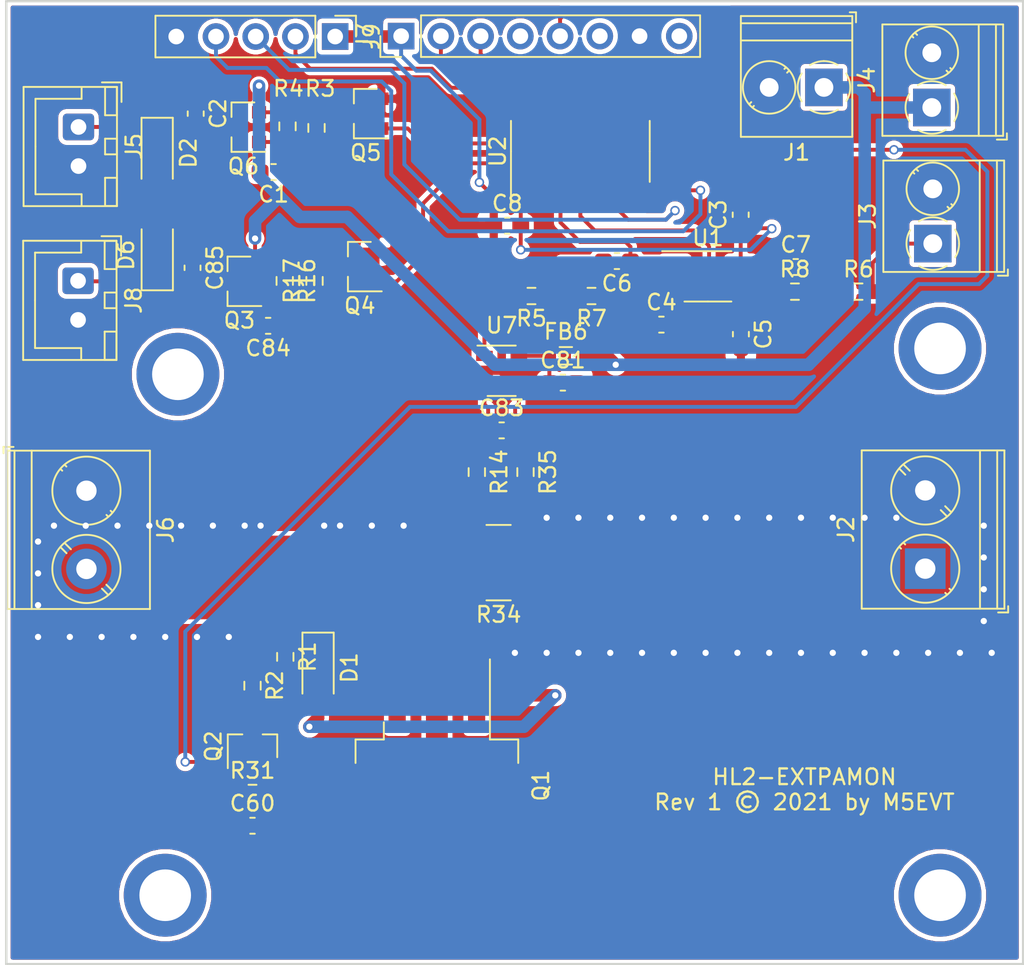
<source format=kicad_pcb>
(kicad_pcb (version 20171130) (host pcbnew 5.1.10-88a1d61d58~90~ubuntu20.04.1)
  (title_block (title HL2-6xvtr) (date 2021-03-08) (rev 1) (company N2ADR))
  (layers (0 F.Cu signal) (31 B.Cu signal) (34 B.Paste user hide) (35 F.Paste user hide) (36 B.SilkS user hide) (37 F.SilkS user) (38 B.Mask user hide) (39 F.Mask user hide) (44 Edge.Cuts user))
  (net 0 "")
  (net 1 GND)
  (net 2 "Net-(Q5-Pad3)")
  (net 3 "Net-(C1-Pad2)")
  (net 4 "Net-(C2-Pad2)")
  (net 5 ENPWR)
  (net 6 "Net-(C81-Pad1)")
  (net 7 "Net-(C83-Pad2)")
  (net 8 "Net-(C83-Pad1)")
  (net 9 "Net-(C84-Pad2)")
  (net 10 "Net-(C85-Pad2)")
  (net 11 "Net-(D1-Pad2)")
  (net 12 +12V)
  (net 13 Vtemp)
  (net 14 "Net-(Q2-Pad3)")
  (net 15 "Net-(Q4-Pad3)")
  (net 16 FAN1)
  (net 17 FAN2)
  (net 18 Vipa)
  (net 19 +3V3)
  (net 20 "Net-(C4-Pad1)")
  (net 21 "Net-(C5-Pad1)")
  (net 22 "Net-(C6-Pad2)")
  (net 23 Vipa_fil)
  (net 24 "Net-(C7-Pad2)")
  (net 25 Vtemp_fil)
  (net 26 "Net-(J7-Pad8)")
  (net 27 "Net-(J7-Pad6)")
  (net 28 CN8)
  (net 29 "Net-(J7-Pad4)")
  (net 30 SDA2)
  (net 31 SCL2)
  (net 32 RXD)
  (net 33 TXD)
  (net 34 UPD1)
  (net 35 "Net-(U2-Pad5)")
  (net 36 /50vin)
  (net 37 /50v_postR)
  (net 38 /50v_preR)
  (net 39 "Net-(P1-Pad1)")
  (net 40 "Net-(P2-Pad1)")
  (net 41 "Net-(P3-Pad1)")
  (net 42 "Net-(P4-Pad1)")
  (module n2adr:rsense_1206wide (layer F.Cu) (at 125.4706 92.3387 180)
    (fp_text reference R34 (at 0 -3.32 180) (layer F.SilkS))
    (fp_text value 0.033)
    (pad 2 smd roundrect (at 0.875 0 180) (size 1.15 3.2) (layers F.Cu F.Paste F.Mask) (roundrect_rratio 0.2039991304347826) (net 38 /50v_preR))
    (pad 1 smd roundrect (at -0.875 0 180) (size 1.15 3.2) (layers F.Cu F.Paste F.Mask) (roundrect_rratio 0.2039991304347826) (net 37 /50v_postR))
  )
  (module hermeslite:m3 (layer F.Cu) (at 153.69 113.5985)
    (fp_text reference P4 hide)
    (fp_text value TST hide)
    (pad 1 thru_hole circle (at 0 0) (size 5.3 5.3) (drill 3.3) (layers *.Cu *.Mask) (net 42 "Net-(P4-Pad1)"))
  )
  (module hermeslite:m3 (layer F.Cu) (at 104.16 113.5985)
    (fp_text reference P3 hide)
    (fp_text value TST hide)
    (pad 1 thru_hole circle (at 0 0) (size 5.3 5.3) (drill 3.3) (layers *.Cu *.Mask) (net 41 "Net-(P3-Pad1)"))
  )
  (module hermeslite:m3 (layer F.Cu) (at 104.9728 80.2991)
    (fp_text reference P2 hide)
    (fp_text value TST hide)
    (pad 1 thru_hole circle (at 0 0) (size 5.3 5.3) (drill 3.3) (layers *.Cu *.Mask) (net 40 "Net-(P2-Pad1)"))
  )
  (module hermeslite:m3 (layer F.Cu) (at 153.69 78.6481)
    (fp_text reference P1 hide)
    (fp_text value TST hide)
    (pad 1 thru_hole circle (at 0 0) (size 5.3 5.3) (drill 3.3) (layers *.Cu *.Mask) (net 39 "Net-(P1-Pad1)"))
  )
  (module Connector_PinHeader_2.54mm:PinHeader_1x05_P2.54mm_Vertical (layer F.Cu) (at 115.0253 58.7091 270)
    (fp_text reference J9 (at 0 -2.33 90) (layer F.SilkS))
    (fp_text value Conn_01x04)
    (pad 5 thru_hole oval (at 0 10.16 270) (size 1.7 1.7) (drill 1) (layers *.Cu *.Mask) (net 1 GND))
    (pad 4 thru_hole oval (at 0 7.62 270) (size 1.7 1.7) (drill 1) (layers *.Cu *.Mask) (net 32 RXD))
    (pad 3 thru_hole oval (at 0 5.08 270) (size 1.7 1.7) (drill 1) (layers *.Cu *.Mask) (net 33 TXD))
    (pad 2 thru_hole oval (at 0 2.54 270) (size 1.7 1.7) (drill 1) (layers *.Cu *.Mask) (net 34 UPD1))
    (pad 1 thru_hole rect (at 0 0 270) (size 1.7 1.7) (drill 1) (layers *.Cu *.Mask) (net 19 +3V3))
  )
  (module Package_SO:SOIC-14_3.9x8.7mm_P1.27mm (layer F.Cu) (at 130.6971 66.0497 90)
    (fp_text reference U2 (at 0 -5.28 90) (layer F.SilkS))
    (fp_text value ATtiny414-SS)
    (pad 14 smd roundrect (at 2.475 -3.81 90) (size 1.95 0.6) (layers F.Cu F.Paste F.Mask) (net 1 GND))
    (pad 13 smd roundrect (at 2.475 -2.54 90) (size 1.95 0.6) (layers F.Cu F.Paste F.Mask) (net 16 FAN1))
    (pad 12 smd roundrect (at 2.475 -1.27 90) (size 1.95 0.6) (layers F.Cu F.Paste F.Mask) (net 5 ENPWR))
    (pad 11 smd roundrect (at 2.475 0 90) (size 1.95 0.6) (layers F.Cu F.Paste F.Mask) (net 28 CN8))
    (pad 10 smd roundrect (at 2.475 1.27 90) (size 1.95 0.6) (layers F.Cu F.Paste F.Mask) (net 34 UPD1))
    (pad 9 smd roundrect (at 2.475 2.54 90) (size 1.95 0.6) (layers F.Cu F.Paste F.Mask) (net 31 SCL2))
    (pad 8 smd roundrect (at 2.475 3.81 90) (size 1.95 0.6) (layers F.Cu F.Paste F.Mask) (net 30 SDA2))
    (pad 7 smd roundrect (at -2.475 3.81 90) (size 1.95 0.6) (layers F.Cu F.Paste F.Mask) (net 32 RXD))
    (pad 6 smd roundrect (at -2.475 2.54 90) (size 1.95 0.6) (layers F.Cu F.Paste F.Mask) (net 33 TXD))
    (pad 5 smd roundrect (at -2.475 1.27 90) (size 1.95 0.6) (layers F.Cu F.Paste F.Mask) (net 35 "Net-(U2-Pad5)"))
    (pad 4 smd roundrect (at -2.475 0 90) (size 1.95 0.6) (layers F.Cu F.Paste F.Mask) (net 25 Vtemp_fil))
    (pad 3 smd roundrect (at -2.475 -1.27 90) (size 1.95 0.6) (layers F.Cu F.Paste F.Mask) (net 23 Vipa_fil))
    (pad 2 smd roundrect (at -2.475 -2.54 90) (size 1.95 0.6) (layers F.Cu F.Paste F.Mask) (net 17 FAN2))
    (pad 1 smd roundrect (at -2.475 -3.81 90) (size 1.95 0.6) (layers F.Cu F.Paste F.Mask) (net 19 +3V3))
  )
  (module Package_SO:MSOP-8_3x3mm_P0.65mm (layer F.Cu) (at 138.8505 74.038)
    (fp_text reference U1 (at 0 -2.45) (layer F.SilkS))
    (fp_text value MCP6282E/MS)
    (pad 8 smd roundrect (at 2.1125 -0.975) (size 1.625 0.4) (layers F.Cu F.Paste F.Mask) (net 19 +3V3))
    (pad 7 smd roundrect (at 2.1125 -0.325) (size 1.625 0.4) (layers F.Cu F.Paste F.Mask) (net 25 Vtemp_fil))
    (pad 6 smd roundrect (at 2.1125 0.325) (size 1.625 0.4) (layers F.Cu F.Paste F.Mask) (net 25 Vtemp_fil))
    (pad 5 smd roundrect (at 2.1125 0.975) (size 1.625 0.4) (layers F.Cu F.Paste F.Mask) (net 21 "Net-(C5-Pad1)"))
    (pad 4 smd roundrect (at -2.1125 0.975) (size 1.625 0.4) (layers F.Cu F.Paste F.Mask) (net 1 GND))
    (pad 3 smd roundrect (at -2.1125 0.325) (size 1.625 0.4) (layers F.Cu F.Paste F.Mask) (net 20 "Net-(C4-Pad1)"))
    (pad 2 smd roundrect (at -2.1125 -0.325) (size 1.625 0.4) (layers F.Cu F.Paste F.Mask) (net 23 Vipa_fil))
    (pad 1 smd roundrect (at -2.1125 -0.975) (size 1.625 0.4) (layers F.Cu F.Paste F.Mask) (net 23 Vipa_fil))
  )
  (module Resistor_SMD:R_0603_1608Metric_Pad0.98x0.95mm_HandSolder (layer F.Cu) (at 127.1905 86.5505 270)
    (fp_text reference R35 (at 0 -1.43 90) (layer F.SilkS))
    (fp_text value 100)
    (pad 2 smd roundrect (at 0.9125 0 270) (size 0.975 0.95) (layers F.Cu F.Paste F.Mask) (net 37 /50v_postR))
    (pad 1 smd roundrect (at -0.9125 0 270) (size 0.975 0.95) (layers F.Cu F.Paste F.Mask) (net 7 "Net-(C83-Pad2)"))
  )
  (module Resistor_SMD:R_0603_1608Metric_Pad0.98x0.95mm_HandSolder (layer F.Cu) (at 109.7407 107.061)
    (fp_text reference R31 (at 0 -1.43) (layer F.SilkS))
    (fp_text value 100k)
    (pad 2 smd roundrect (at 0.9125 0) (size 0.975 0.95) (layers F.Cu F.Paste F.Mask) (net 1 GND))
    (pad 1 smd roundrect (at -0.9125 0) (size 0.975 0.95) (layers F.Cu F.Paste F.Mask) (net 5 ENPWR))
  )
  (module Resistor_SMD:R_0603_1608Metric_Pad0.98x0.95mm_HandSolder (layer F.Cu) (at 113.7045 74.3301 90)
    (fp_text reference R17 (at 0 -1.43 90) (layer F.SilkS))
    (fp_text value 1k)
    (pad 2 smd roundrect (at 0.9125 0 90) (size 0.975 0.95) (layers F.Cu F.Paste F.Mask) (net 15 "Net-(Q4-Pad3)"))
    (pad 1 smd roundrect (at -0.9125 0 90) (size 0.975 0.95) (layers F.Cu F.Paste F.Mask) (net 9 "Net-(C84-Pad2)"))
  )
  (module Resistor_SMD:R_0603_1608Metric_Pad0.98x0.95mm_HandSolder (layer F.Cu) (at 111.7995 74.3301 270)
    (fp_text reference R16 (at 0 -1.43 90) (layer F.SilkS))
    (fp_text value 10k)
    (pad 2 smd roundrect (at 0.9125 0 270) (size 0.975 0.95) (layers F.Cu F.Paste F.Mask) (net 9 "Net-(C84-Pad2)"))
    (pad 1 smd roundrect (at -0.9125 0 270) (size 0.975 0.95) (layers F.Cu F.Paste F.Mask) (net 12 +12V))
  )
  (module Resistor_SMD:R_0603_1608Metric_Pad0.98x0.95mm_HandSolder (layer F.Cu) (at 124.079 86.5505 270)
    (fp_text reference R14 (at 0 -1.43 90) (layer F.SilkS))
    (fp_text value 100)
    (pad 2 smd roundrect (at 0.9125 0 270) (size 0.975 0.95) (layers F.Cu F.Paste F.Mask) (net 38 /50v_preR))
    (pad 1 smd roundrect (at -0.9125 0 270) (size 0.975 0.95) (layers F.Cu F.Paste F.Mask) (net 8 "Net-(C83-Pad1)"))
  )
  (module Resistor_SMD:R_0603_1608Metric_Pad0.98x0.95mm_HandSolder (layer F.Cu) (at 144.4131 75.0159)
    (fp_text reference R8 (at 0 -1.43) (layer F.SilkS))
    (fp_text value 10k)
    (pad 2 smd roundrect (at 0.9125 0) (size 0.975 0.95) (layers F.Cu F.Paste F.Mask) (net 24 "Net-(C7-Pad2)"))
    (pad 1 smd roundrect (at -0.9125 0) (size 0.975 0.95) (layers F.Cu F.Paste F.Mask) (net 21 "Net-(C5-Pad1)"))
  )
  (module Resistor_SMD:R_0603_1608Metric_Pad0.98x0.95mm_HandSolder (layer F.Cu) (at 131.4102 75.2953 180)
    (fp_text reference R7 (at 0 -1.43) (layer F.SilkS))
    (fp_text value 10k)
    (pad 2 smd roundrect (at 0.9125 0 180) (size 0.975 0.95) (layers F.Cu F.Paste F.Mask) (net 22 "Net-(C6-Pad2)"))
    (pad 1 smd roundrect (at -0.9125 0 180) (size 0.975 0.95) (layers F.Cu F.Paste F.Mask) (net 20 "Net-(C4-Pad1)"))
  )
  (module Resistor_SMD:R_0603_1608Metric_Pad0.98x0.95mm_HandSolder (layer F.Cu) (at 148.4771 75.0159)
    (fp_text reference R6 (at 0 -1.43) (layer F.SilkS))
    (fp_text value 10k)
    (pad 2 smd roundrect (at 0.9125 0) (size 0.975 0.95) (layers F.Cu F.Paste F.Mask) (net 13 Vtemp))
    (pad 1 smd roundrect (at -0.9125 0) (size 0.975 0.95) (layers F.Cu F.Paste F.Mask) (net 24 "Net-(C7-Pad2)"))
  )
  (module Resistor_SMD:R_0603_1608Metric_Pad0.98x0.95mm_HandSolder (layer F.Cu) (at 127.5729 75.2953 180)
    (fp_text reference R5 (at 0 -1.43) (layer F.SilkS))
    (fp_text value 10k)
    (pad 2 smd roundrect (at 0.9125 0 180) (size 0.975 0.95) (layers F.Cu F.Paste F.Mask) (net 18 Vipa))
    (pad 1 smd roundrect (at -0.9125 0 180) (size 0.975 0.95) (layers F.Cu F.Paste F.Mask) (net 22 "Net-(C6-Pad2)"))
  )
  (module Resistor_SMD:R_0603_1608Metric_Pad0.98x0.95mm_HandSolder (layer F.Cu) (at 111.9773 64.4495 270)
    (fp_text reference R4 (at -2.413 -0.0567 180) (layer F.SilkS))
    (fp_text value 10k)
    (pad 2 smd roundrect (at 0.9125 0 270) (size 0.975 0.95) (layers F.Cu F.Paste F.Mask) (net 3 "Net-(C1-Pad2)"))
    (pad 1 smd roundrect (at -0.9125 0 270) (size 0.975 0.95) (layers F.Cu F.Paste F.Mask) (net 12 +12V))
  )
  (module Resistor_SMD:R_0603_1608Metric_Pad0.98x0.95mm_HandSolder (layer F.Cu) (at 113.8315 64.5511 90)
    (fp_text reference R3 (at 2.5146 0.2345 180) (layer F.SilkS))
    (fp_text value 1k)
    (pad 2 smd roundrect (at 0.9125 0 90) (size 0.975 0.95) (layers F.Cu F.Paste F.Mask) (net 2 "Net-(Q5-Pad3)"))
    (pad 1 smd roundrect (at -0.9125 0 90) (size 0.975 0.95) (layers F.Cu F.Paste F.Mask) (net 3 "Net-(C1-Pad2)"))
  )
  (module Resistor_SMD:R_0603_1608Metric_Pad0.98x0.95mm_HandSolder (layer F.Cu) (at 109.7407 100.203 270)
    (fp_text reference R2 (at 0 -1.43 90) (layer F.SilkS))
    (fp_text value 10k)
    (pad 2 smd roundrect (at 0.9125 0 270) (size 0.975 0.95) (layers F.Cu F.Paste F.Mask) (net 14 "Net-(Q2-Pad3)"))
    (pad 1 smd roundrect (at -0.9125 0 270) (size 0.975 0.95) (layers F.Cu F.Paste F.Mask) (net 11 "Net-(D1-Pad2)"))
  )
  (module Resistor_SMD:R_0603_1608Metric_Pad0.98x0.95mm_HandSolder (layer F.Cu) (at 111.8362 98.3615 270)
    (fp_text reference R1 (at 0 -1.43 90) (layer F.SilkS))
    (fp_text value 10k)
    (pad 2 smd roundrect (at 0.9125 0 270) (size 0.975 0.95) (layers F.Cu F.Paste F.Mask) (net 11 "Net-(D1-Pad2)"))
    (pad 1 smd roundrect (at -0.9125 0 270) (size 0.975 0.95) (layers F.Cu F.Paste F.Mask) (net 36 /50vin))
  )
  (module Connector_PinHeader_2.54mm:PinHeader_1x08_P2.54mm_Vertical (layer F.Cu) (at 119.2417 58.6837 90)
    (fp_text reference J7 (at 0 -2.33 90) (layer F.SilkS))
    (fp_text value Conn_01x08)
    (pad 8 thru_hole oval (at 0 17.78 90) (size 1.7 1.7) (drill 1) (layers *.Cu *.Mask) (net 26 "Net-(J7-Pad8)"))
    (pad 7 thru_hole oval (at 0 15.24 90) (size 1.7 1.7) (drill 1) (layers *.Cu *.Mask) (net 1 GND))
    (pad 6 thru_hole oval (at 0 12.7 90) (size 1.7 1.7) (drill 1) (layers *.Cu *.Mask) (net 27 "Net-(J7-Pad6)"))
    (pad 5 thru_hole oval (at 0 10.16 90) (size 1.7 1.7) (drill 1) (layers *.Cu *.Mask) (net 28 CN8))
    (pad 4 thru_hole oval (at 0 7.62 90) (size 1.7 1.7) (drill 1) (layers *.Cu *.Mask) (net 29 "Net-(J7-Pad4)"))
    (pad 3 thru_hole oval (at 0 5.08 90) (size 1.7 1.7) (drill 1) (layers *.Cu *.Mask) (net 30 SDA2))
    (pad 2 thru_hole oval (at 0 2.54 90) (size 1.7 1.7) (drill 1) (layers *.Cu *.Mask) (net 31 SCL2))
    (pad 1 thru_hole rect (at 0 0 90) (size 1.7 1.7) (drill 1) (layers *.Cu *.Mask) (net 19 +3V3))
  )
  (module Capacitor_SMD:C_0603_1608Metric_Pad1.08x0.95mm_HandSolder (layer F.Cu) (at 105.9067 73.4919 270)
    (fp_text reference C85 (at 0 -1.43 90) (layer F.SilkS))
    (fp_text value 100n)
    (pad 2 smd roundrect (at 0.8625 0 270) (size 1.075 0.95) (layers F.Cu F.Paste F.Mask) (net 10 "Net-(C85-Pad2)"))
    (pad 1 smd roundrect (at -0.8625 0 270) (size 1.075 0.95) (layers F.Cu F.Paste F.Mask) (net 1 GND))
  )
  (module Capacitor_SMD:C_0603_1608Metric_Pad1.08x0.95mm_HandSolder (layer F.Cu) (at 110.7397 77.2003 180)
    (fp_text reference C84 (at 0 -1.43) (layer F.SilkS))
    (fp_text value 100n)
    (pad 2 smd roundrect (at 0.8625 0 180) (size 1.075 0.95) (layers F.Cu F.Paste F.Mask) (net 9 "Net-(C84-Pad2)"))
    (pad 1 smd roundrect (at -0.8625 0 180) (size 1.075 0.95) (layers F.Cu F.Paste F.Mask) (net 1 GND))
  )
  (module Capacitor_SMD:C_0603_1608Metric_Pad1.08x0.95mm_HandSolder (layer F.Cu) (at 125.6665 83.8835)
    (fp_text reference C83 (at 0 -1.43) (layer F.SilkS))
    (fp_text value 1u)
    (pad 2 smd roundrect (at 0.8625 0) (size 1.075 0.95) (layers F.Cu F.Paste F.Mask) (net 7 "Net-(C83-Pad2)"))
    (pad 1 smd roundrect (at -0.8625 0) (size 1.075 0.95) (layers F.Cu F.Paste F.Mask) (net 8 "Net-(C83-Pad1)"))
  )
  (module Capacitor_SMD:C_0603_1608Metric_Pad1.08x0.95mm_HandSolder (layer F.Cu) (at 129.5795 80.8325)
    (fp_text reference C81 (at 0 -1.43) (layer F.SilkS))
    (fp_text value 100n)
    (pad 2 smd roundrect (at 0.8625 0) (size 1.075 0.95) (layers F.Cu F.Paste F.Mask) (net 1 GND))
    (pad 1 smd roundrect (at -0.8625 0) (size 1.075 0.95) (layers F.Cu F.Paste F.Mask) (net 6 "Net-(C81-Pad1)"))
  )
  (module Capacitor_SMD:C_0603_1608Metric_Pad1.08x0.95mm_HandSolder (layer F.Cu) (at 109.7407 109.1565)
    (fp_text reference C60 (at 0 -1.43) (layer F.SilkS))
    (fp_text value 100n)
    (pad 2 smd roundrect (at 0.8625 0) (size 1.075 0.95) (layers F.Cu F.Paste F.Mask) (net 1 GND))
    (pad 1 smd roundrect (at -0.8625 0) (size 1.075 0.95) (layers F.Cu F.Paste F.Mask) (net 5 ENPWR))
  )
  (module Capacitor_SMD:C_0603_1608Metric_Pad1.08x0.95mm_HandSolder (layer F.Cu) (at 126.0235 70.7995)
    (fp_text reference C8 (at 0 -1.43) (layer F.SilkS))
    (fp_text value 100n)
    (pad 2 smd roundrect (at 0.8625 0) (size 1.075 0.95) (layers F.Cu F.Paste F.Mask) (net 19 +3V3))
    (pad 1 smd roundrect (at -0.8625 0) (size 1.075 0.95) (layers F.Cu F.Paste F.Mask) (net 1 GND))
  )
  (module Capacitor_SMD:C_0603_1608Metric_Pad1.08x0.95mm_HandSolder (layer F.Cu) (at 144.4639 73.4411)
    (fp_text reference C7 (at 0 -1.43) (layer F.SilkS))
    (fp_text value 100n)
    (pad 2 smd roundrect (at 0.8625 0) (size 1.075 0.95) (layers F.Cu F.Paste F.Mask) (net 24 "Net-(C7-Pad2)"))
    (pad 1 smd roundrect (at -0.8625 0) (size 1.075 0.95) (layers F.Cu F.Paste F.Mask) (net 25 Vtemp_fil))
  )
  (module Capacitor_SMD:C_0603_1608Metric_Pad1.08x0.95mm_HandSolder (layer F.Cu) (at 133.0339 73.0601 180)
    (fp_text reference C6 (at 0 -1.43) (layer F.SilkS))
    (fp_text value 100n)
    (pad 2 smd roundrect (at 0.8625 0 180) (size 1.075 0.95) (layers F.Cu F.Paste F.Mask) (net 22 "Net-(C6-Pad2)"))
    (pad 1 smd roundrect (at -0.8625 0 180) (size 1.075 0.95) (layers F.Cu F.Paste F.Mask) (net 23 Vipa_fil))
  )
  (module Capacitor_SMD:C_0603_1608Metric_Pad1.08x0.95mm_HandSolder (layer F.Cu) (at 140.9587 77.7337 270)
    (fp_text reference C5 (at 0 -1.43 90) (layer F.SilkS))
    (fp_text value 100n)
    (pad 2 smd roundrect (at 0.8625 0 270) (size 1.075 0.95) (layers F.Cu F.Paste F.Mask) (net 1 GND))
    (pad 1 smd roundrect (at -0.8625 0 270) (size 1.075 0.95) (layers F.Cu F.Paste F.Mask) (net 21 "Net-(C5-Pad1)"))
  )
  (module Capacitor_SMD:C_0603_1608Metric_Pad1.08x0.95mm_HandSolder (layer F.Cu) (at 135.8787 77.1241)
    (fp_text reference C4 (at 0 -1.43) (layer F.SilkS))
    (fp_text value 100n)
    (pad 2 smd roundrect (at 0.8625 0) (size 1.075 0.95) (layers F.Cu F.Paste F.Mask) (net 1 GND))
    (pad 1 smd roundrect (at -0.8625 0) (size 1.075 0.95) (layers F.Cu F.Paste F.Mask) (net 20 "Net-(C4-Pad1)"))
  )
  (module Capacitor_SMD:C_0603_1608Metric_Pad1.08x0.95mm_HandSolder (layer F.Cu) (at 140.946 70.101 90)
    (fp_text reference C3 (at 0 -1.43 90) (layer F.SilkS))
    (fp_text value 100n)
    (pad 2 smd roundrect (at 0.8625 0 90) (size 1.075 0.95) (layers F.Cu F.Paste F.Mask) (net 1 GND))
    (pad 1 smd roundrect (at -0.8625 0 90) (size 1.075 0.95) (layers F.Cu F.Paste F.Mask) (net 19 +3V3))
  )
  (module Capacitor_SMD:C_0603_1608Metric_Pad1.08x0.95mm_HandSolder (layer F.Cu) (at 106.1099 63.6378 270)
    (fp_text reference C2 (at 0 -1.43 90) (layer F.SilkS))
    (fp_text value 100n)
    (pad 2 smd roundrect (at 0.8625 0 270) (size 1.075 0.95) (layers F.Cu F.Paste F.Mask) (net 4 "Net-(C2-Pad2)"))
    (pad 1 smd roundrect (at -0.8625 0 270) (size 1.075 0.95) (layers F.Cu F.Paste F.Mask) (net 1 GND))
  )
  (module Capacitor_SMD:C_0603_1608Metric_Pad1.08x0.95mm_HandSolder (layer F.Cu) (at 111.0883 67.3705 180)
    (fp_text reference C1 (at 0 -1.43) (layer F.SilkS))
    (fp_text value 100n)
    (pad 2 smd roundrect (at 0.8625 0 180) (size 1.075 0.95) (layers F.Cu F.Paste F.Mask) (net 3 "Net-(C1-Pad2)"))
    (pad 1 smd roundrect (at -0.8625 0 180) (size 1.075 0.95) (layers F.Cu F.Paste F.Mask) (net 1 GND))
  )
  (module Inductor_SMD:L_0805_2012Metric (layer F.Cu) (at 129.77 79.118)
    (fp_text reference FB6 (at 0 -1.55) (layer F.SilkS))
    (fp_text value FB)
    (pad 2 smd roundrect (at 1.0625 0) (size 0.875 1.2) (layers F.Cu F.Paste F.Mask) (net 12 +12V))
    (pad 1 smd roundrect (at -1.0625 0) (size 0.875 1.2) (layers F.Cu F.Paste F.Mask) (net 6 "Net-(C81-Pad1)"))
  )
  (module Package_TO_SOT_SMD:SOT-23-5 (layer F.Cu) (at 125.6665 80.0735)
    (fp_text reference U7 (at 0 -2.9) (layer F.SilkS))
    (fp_text value INA193)
    (pad 5 smd rect (at 1.1 -0.95) (size 1.06 0.65) (layers F.Cu F.Paste F.Mask) (net 6 "Net-(C81-Pad1)"))
    (pad 4 smd rect (at 1.1 0.95) (size 1.06 0.65) (layers F.Cu F.Paste F.Mask) (net 7 "Net-(C83-Pad2)"))
    (pad 3 smd rect (at -1.1 0.95) (size 1.06 0.65) (layers F.Cu F.Paste F.Mask) (net 8 "Net-(C83-Pad1)"))
    (pad 2 smd rect (at -1.1 0) (size 1.06 0.65) (layers F.Cu F.Paste F.Mask) (net 1 GND))
    (pad 1 smd rect (at -1.1 -0.95) (size 1.06 0.65) (layers F.Cu F.Paste F.Mask) (net 18 Vipa))
  )
  (module Package_TO_SOT_SMD:SOT-23 (layer F.Cu) (at 109.1579 64.5003 180)
    (fp_text reference Q6 (at 0 -2.5) (layer F.SilkS))
    (fp_text value IRLML6402)
    (pad 3 smd rect (at 1 0 180) (size 0.9 0.8) (layers F.Cu F.Paste F.Mask) (net 4 "Net-(C2-Pad2)"))
    (pad 2 smd rect (at -1 0.95 180) (size 0.9 0.8) (layers F.Cu F.Paste F.Mask) (net 12 +12V))
    (pad 1 smd rect (at -1 -0.95 180) (size 0.9 0.8) (layers F.Cu F.Paste F.Mask) (net 3 "Net-(C1-Pad2)"))
  )
  (module Package_TO_SOT_SMD:SOT-23 (layer F.Cu) (at 116.9811 63.6367 180)
    (fp_text reference Q5 (at 0 -2.5) (layer F.SilkS))
    (fp_text value DTC144E)
    (pad 3 smd rect (at 1 0 180) (size 0.9 0.8) (layers F.Cu F.Paste F.Mask) (net 2 "Net-(Q5-Pad3)"))
    (pad 2 smd rect (at -1 0.95 180) (size 0.9 0.8) (layers F.Cu F.Paste F.Mask) (net 1 GND))
    (pad 1 smd rect (at -1 -0.95 180) (size 0.9 0.8) (layers F.Cu F.Paste F.Mask) (net 16 FAN1))
  )
  (module Package_TO_SOT_SMD:SOT-23 (layer F.Cu) (at 116.6001 73.4157 180)
    (fp_text reference Q4 (at 0 -2.5) (layer F.SilkS))
    (fp_text value DTC144E)
    (pad 3 smd rect (at 1 0 180) (size 0.9 0.8) (layers F.Cu F.Paste F.Mask) (net 15 "Net-(Q4-Pad3)"))
    (pad 2 smd rect (at -1 0.95 180) (size 0.9 0.8) (layers F.Cu F.Paste F.Mask) (net 1 GND))
    (pad 1 smd rect (at -1 -0.95 180) (size 0.9 0.8) (layers F.Cu F.Paste F.Mask) (net 17 FAN2))
  )
  (module Package_TO_SOT_SMD:SOT-23 (layer F.Cu) (at 108.9039 74.3555 180)
    (fp_text reference Q3 (at 0 -2.5) (layer F.SilkS))
    (fp_text value IRLML6402)
    (pad 3 smd rect (at 1 0 180) (size 0.9 0.8) (layers F.Cu F.Paste F.Mask) (net 10 "Net-(C85-Pad2)"))
    (pad 2 smd rect (at -1 0.95 180) (size 0.9 0.8) (layers F.Cu F.Paste F.Mask) (net 12 +12V))
    (pad 1 smd rect (at -1 -0.95 180) (size 0.9 0.8) (layers F.Cu F.Paste F.Mask) (net 9 "Net-(C84-Pad2)"))
  )
  (module Package_TO_SOT_SMD:SOT-23 (layer F.Cu) (at 109.7407 104.0765 90)
    (fp_text reference Q2 (at 0 -2.5 90) (layer F.SilkS))
    (fp_text value 2N7002)
    (pad 3 smd rect (at 1 0 90) (size 0.9 0.8) (layers F.Cu F.Paste F.Mask) (net 14 "Net-(Q2-Pad3)"))
    (pad 2 smd rect (at -1 0.95 90) (size 0.9 0.8) (layers F.Cu F.Paste F.Mask) (net 1 GND))
    (pad 1 smd rect (at -1 -0.95 90) (size 0.9 0.8) (layers F.Cu F.Paste F.Mask) (net 5 ENPWR))
  )
  (module Package_TO_SOT_SMD:TO-263-3_TabPin2 (layer F.Cu) (at 121.5263 106.5943 270)
    (fp_text reference Q1 (at 0 -6.65 90) (layer F.SilkS))
    (fp_text value RSJ151P10TL)
    (pad 2 smd rect (at 3.375 0 270) (size 9.4 10.8) (layers F.Cu F.Mask) (net 38 /50v_preR))
    (pad 3 smd rect (at -5.775 2.54 270) (size 4.6 1.1) (layers F.Cu F.Paste F.Mask) (net 36 /50vin))
    (pad 2 smd rect (at -5.775 0 270) (size 4.6 1.1) (layers F.Cu F.Paste F.Mask) (net 38 /50v_preR))
    (pad 1 smd rect (at -5.775 -2.54 270) (size 4.6 1.1) (layers F.Cu F.Paste F.Mask) (net 11 "Net-(D1-Pad2)"))
  )
  (module Connector_JST:JST_XH_B2B-XH-A_1x02_P2.50mm_Vertical (layer F.Cu) (at 98.5901 74.3223 270)
    (fp_text reference J8 (at 1.25 -3.55 90) (layer F.SilkS))
    (fp_text value Fan)
    (pad 2 thru_hole oval (at 2.5 0 270) (size 1.7 2) (drill 1) (layers *.Cu *.Mask) (net 1 GND))
    (pad 1 thru_hole roundrect (at 0 0 270) (size 1.7 2) (drill 1) (layers *.Cu *.Mask) (roundrect_rratio 0.1470588235294118) (net 10 "Net-(C85-Pad2)"))
  )
  (module TerminalBlock_Phoenix:TerminalBlock_Phoenix_PT-1,5-2-5.0-H_1x02_P5.00mm_Horizontal (layer F.Cu) (at 99.1249 87.7413 270)
    (fp_text reference J6 (at 2.5 -5.06 90) (layer F.SilkS))
    (fp_text value 50VDC)
    (pad 2 thru_hole circle (at 5 0 270) (size 2.6 2.6) (drill 1.3) (layers *.Cu *.Mask) (net 36 /50vin))
    (pad 1 thru_hole rect (at 0 0 270) (size 2.6 2.6) (drill 1.3) (layers *.Cu *.Mask) (net 1 GND))
  )
  (module Connector_JST:JST_XH_B2B-XH-A_1x02_P2.50mm_Vertical (layer F.Cu) (at 98.6169 64.4895 270)
    (fp_text reference J5 (at 1.25 -3.55 90) (layer F.SilkS))
    (fp_text value Fan)
    (pad 2 thru_hole oval (at 2.5 0 270) (size 1.7 2) (drill 1) (layers *.Cu *.Mask) (net 1 GND))
    (pad 1 thru_hole roundrect (at 0 0 270) (size 1.7 2) (drill 1) (layers *.Cu *.Mask) (roundrect_rratio 0.1470588235294118) (net 4 "Net-(C2-Pad2)"))
  )
  (module TerminalBlock_Phoenix:TerminalBlock_Phoenix_PT-1,5-2-3.5-H_1x02_P3.50mm_Horizontal (layer F.Cu) (at 153.162 63.246 90)
    (fp_text reference J4 (at 1.75 -4.16 90) (layer F.SilkS))
    (fp_text value 12V)
    (pad 2 thru_hole circle (at 3.5 0 90) (size 2.4 2.4) (drill 1.2) (layers *.Cu *.Mask) (net 1 GND))
    (pad 1 thru_hole rect (at 0 0 90) (size 2.4 2.4) (drill 1.2) (layers *.Cu *.Mask) (net 12 +12V))
  )
  (module TerminalBlock_Phoenix:TerminalBlock_Phoenix_PT-1,5-2-3.5-H_1x02_P3.50mm_Horizontal (layer F.Cu) (at 153.2255 71.9455 90)
    (fp_text reference J3 (at 1.75 -4.16 90) (layer F.SilkS))
    (fp_text value 12V)
    (pad 2 thru_hole circle (at 3.5 0 90) (size 2.4 2.4) (drill 1.2) (layers *.Cu *.Mask) (net 1 GND))
    (pad 1 thru_hole rect (at 0 0 90) (size 2.4 2.4) (drill 1.2) (layers *.Cu *.Mask) (net 13 Vtemp))
  )
  (module TerminalBlock_Phoenix:TerminalBlock_Phoenix_PT-1,5-2-5.0-H_1x02_P5.00mm_Horizontal (layer F.Cu) (at 152.7429 92.7227 90)
    (fp_text reference J2 (at 2.5 -5.06 90) (layer F.SilkS))
    (fp_text value 50VDC)
    (pad 2 thru_hole circle (at 5 0 90) (size 2.6 2.6) (drill 1.3) (layers *.Cu *.Mask) (net 1 GND))
    (pad 1 thru_hole rect (at 0 0 90) (size 2.6 2.6) (drill 1.3) (layers *.Cu *.Mask) (net 37 /50v_postR))
  )
  (module TerminalBlock_Phoenix:TerminalBlock_Phoenix_PT-1,5-2-3.5-H_1x02_P3.50mm_Horizontal (layer F.Cu) (at 146.2673 61.9603 180)
    (fp_text reference J1 (at 1.75 -4.16) (layer F.SilkS))
    (fp_text value 12V)
    (pad 2 thru_hole circle (at 3.5 0 180) (size 2.4 2.4) (drill 1.2) (layers *.Cu *.Mask) (net 1 GND))
    (pad 1 thru_hole rect (at 0 0 180) (size 2.4 2.4) (drill 1.2) (layers *.Cu *.Mask) (net 12 +12V))
  )
  (module Diode_SMD:D_SOD-123 (layer F.Cu) (at 103.652 72.6801 90)
    (fp_text reference D6 (at 0 -2 90) (layer F.SilkS))
    (fp_text value 1N4148W)
    (pad 2 smd rect (at 1.65 0 90) (size 0.9 1.2) (layers F.Cu F.Paste F.Mask) (net 1 GND))
    (pad 1 smd rect (at -1.65 0 90) (size 0.9 1.2) (layers F.Cu F.Paste F.Mask) (net 10 "Net-(C85-Pad2)"))
  )
  (module Diode_SMD:D_SOD-123 (layer F.Cu) (at 103.6461 66.1513 270)
    (fp_text reference D2 (at 0 -2 90) (layer F.SilkS))
    (fp_text value 1N4148W)
    (pad 2 smd rect (at 1.65 0 270) (size 0.9 1.2) (layers F.Cu F.Paste F.Mask) (net 1 GND))
    (pad 1 smd rect (at -1.65 0 270) (size 0.9 1.2) (layers F.Cu F.Paste F.Mask) (net 4 "Net-(C2-Pad2)"))
  )
  (module Diode_SMD:D_SOD-123 (layer F.Cu) (at 113.9317 99.06 270)
    (fp_text reference D1 (at 0 -2 90) (layer F.SilkS))
    (fp_text value BZT52C15-E3-08)
    (pad 2 smd rect (at 1.65 0 270) (size 0.9 1.2) (layers F.Cu F.Paste F.Mask) (net 11 "Net-(D1-Pad2)"))
    (pad 1 smd rect (at -1.65 0 270) (size 0.9 1.2) (layers F.Cu F.Paste F.Mask) (net 36 /50vin))
  )
  (gr_text "HL2-EXTPAMON\nRev 1 © 2021 by M5EVT" (at 145.0227 106.8421) (layer F.SilkS) (effects (font (size 1 1))))
  (gr_line (start 94 118) (end 159 118) (angle 90) (layer Edge.Cuts) (width 0.15))
  (gr_line (start 94 118) (end 94 56.4485) (angle 90) (layer Edge.Cuts) (width 0.15))
  (gr_line (start 159 56.4485) (end 159 118) (angle 90) (layer Edge.Cuts) (width 0.15))
  (gr_line (start 94 56.4485) (end 159 56.4485) (angle 90) (layer Edge.Cuts) (width 0.15))
  (via (at 126.512 98.1045) (size 0.6) (drill 0.4) (layers F.Cu B.Cu) (net 1))
  (via (at 128.544 98.1045) (size 0.6) (drill 0.4) (layers F.Cu B.Cu) (net 1))
  (via (at 115.336 89.9765) (size 0.6) (drill 0.4) (layers F.Cu B.Cu) (net 1))
  (via (at 109.24 89.9765) (size 0.6) (drill 0.4) (layers F.Cu B.Cu) (net 1))
  (via (at 117.368 89.9765) (size 0.6) (drill 0.4) (layers F.Cu B.Cu) (net 1))
  (via (at 119.4 89.9765) (size 0.6) (drill 0.4) (layers F.Cu B.Cu) (net 1))
  (via (at 103.144 89.9765) (size 0.6) (drill 0.4) (layers F.Cu B.Cu) (net 1))
  (via (at 101.112 89.9765) (size 0.6) (drill 0.4) (layers F.Cu B.Cu) (net 1))
  (via (at 97.048 89.9765) (size 0.6) (drill 0.4) (layers F.Cu B.Cu) (net 1))
  (via (at 99.08 89.9765) (size 0.6) (drill 0.4) (layers F.Cu B.Cu) (net 1))
  (via (at 105.176 89.9765) (size 0.6) (drill 0.4) (layers F.Cu B.Cu) (net 1))
  (via (at 107.208 89.9765) (size 0.6) (drill 0.4) (layers F.Cu B.Cu) (net 1))
  (via (at 104.16 97.0885) (size 0.6) (drill 0.4) (layers F.Cu B.Cu) (net 1))
  (via (at 102.128 97.0885) (size 0.6) (drill 0.4) (layers F.Cu B.Cu) (net 1))
  (via (at 98.064 97.0885) (size 0.6) (drill 0.4) (layers F.Cu B.Cu) (net 1))
  (via (at 100.096 97.0885) (size 0.6) (drill 0.4) (layers F.Cu B.Cu) (net 1))
  (via (at 106.192 97.0885) (size 0.6) (drill 0.4) (layers F.Cu B.Cu) (net 1))
  (via (at 108.224 97.0885) (size 0.6) (drill 0.4) (layers F.Cu B.Cu) (net 1))
  (via (at 96.032 95.0565) (size 0.6) (drill 0.4) (layers F.Cu B.Cu) (net 1))
  (via (at 96.032 97.0885) (size 0.6) (drill 0.4) (layers F.Cu B.Cu) (net 1))
  (via (at 96.032 93.0245) (size 0.6) (drill 0.4) (layers F.Cu B.Cu) (net 1))
  (via (at 96.032 90.9925) (size 0.6) (drill 0.4) (layers F.Cu B.Cu) (net 1))
  (via (at 110.256 89.9765) (size 0.6) (drill 0.4) (layers F.Cu B.Cu) (net 1))
  (via (at 114.32 89.9765) (size 0.6) (drill 0.4) (layers F.Cu B.Cu) (net 1))
  (segment (start 110.6032 107.111) (end 110.6532 107.061) (width 0.4) (layer F.Cu) (net 1))
  (segment (start 110.6032 109.1565) (end 110.6032 107.111) (width 0.4) (layer F.Cu) (net 1))
  (segment (start 110.6907 107.0235) (end 110.6532 107.061) (width 0.4) (layer F.Cu) (net 1))
  (segment (start 110.6907 105.0765) (end 110.6907 107.0235) (width 0.4) (layer F.Cu) (net 1))
  (via (at 132.608 98.1045) (size 0.6) (drill 0.4) (layers F.Cu B.Cu) (net 1))
  (via (at 130.576 98.1045) (size 0.6) (drill 0.4) (layers F.Cu B.Cu) (net 1))
  (via (at 138.704 98.1045) (size 0.6) (drill 0.4) (layers F.Cu B.Cu) (net 1))
  (via (at 140.736 98.1045) (size 0.6) (drill 0.4) (layers F.Cu B.Cu) (net 1))
  (via (at 136.672 98.1045) (size 0.6) (drill 0.4) (layers F.Cu B.Cu) (net 1))
  (via (at 134.64 98.1045) (size 0.6) (drill 0.4) (layers F.Cu B.Cu) (net 1))
  (via (at 146.832 98.1045) (size 0.6) (drill 0.4) (layers F.Cu B.Cu) (net 1))
  (via (at 154.96 98.1045) (size 0.6) (drill 0.4) (layers F.Cu B.Cu) (net 1))
  (via (at 148.864 98.1045) (size 0.6) (drill 0.4) (layers F.Cu B.Cu) (net 1))
  (via (at 150.896 98.1045) (size 0.6) (drill 0.4) (layers F.Cu B.Cu) (net 1))
  (via (at 152.928 98.1045) (size 0.6) (drill 0.4) (layers F.Cu B.Cu) (net 1))
  (via (at 156.992 98.1045) (size 0.6) (drill 0.4) (layers F.Cu B.Cu) (net 1))
  (via (at 144.8 98.1045) (size 0.6) (drill 0.4) (layers F.Cu B.Cu) (net 1))
  (via (at 142.768 98.1045) (size 0.6) (drill 0.4) (layers F.Cu B.Cu) (net 1))
  (via (at 132.608 89.4685) (size 0.6) (drill 0.4) (layers F.Cu B.Cu) (net 1))
  (via (at 148.864 89.4685) (size 0.6) (drill 0.4) (layers F.Cu B.Cu) (net 1))
  (via (at 140.736 89.4685) (size 0.6) (drill 0.4) (layers F.Cu B.Cu) (net 1))
  (via (at 134.64 89.4685) (size 0.6) (drill 0.4) (layers F.Cu B.Cu) (net 1))
  (via (at 136.672 89.4685) (size 0.6) (drill 0.4) (layers F.Cu B.Cu) (net 1))
  (via (at 138.704 89.4685) (size 0.6) (drill 0.4) (layers F.Cu B.Cu) (net 1))
  (via (at 144.8 89.4685) (size 0.6) (drill 0.4) (layers F.Cu B.Cu) (net 1))
  (via (at 150.896 89.4685) (size 0.6) (drill 0.4) (layers F.Cu B.Cu) (net 1))
  (via (at 142.768 89.4685) (size 0.6) (drill 0.4) (layers F.Cu B.Cu) (net 1))
  (via (at 130.576 89.4685) (size 0.6) (drill 0.4) (layers F.Cu B.Cu) (net 1))
  (via (at 146.832 89.4685) (size 0.6) (drill 0.4) (layers F.Cu B.Cu) (net 1))
  (via (at 128.544 89.4685) (size 0.6) (drill 0.4) (layers F.Cu B.Cu) (net 1))
  (via (at 156.484 96.0725) (size 0.6) (drill 0.4) (layers F.Cu B.Cu) (net 1))
  (via (at 156.484 94.0405) (size 0.6) (drill 0.4) (layers F.Cu B.Cu) (net 1))
  (via (at 156.484 92.0085) (size 0.6) (drill 0.4) (layers F.Cu B.Cu) (net 1))
  (via (at 156.484 89.9765) (size 0.6) (drill 0.4) (layers F.Cu B.Cu) (net 1))
  (segment (start 115.9792 63.6386) (end 115.9811 63.6367) (width 0.4) (layer F.Cu) (net 2))
  (segment (start 113.8315 63.6386) (end 115.9792 63.6386) (width 0.4) (layer F.Cu) (net 2))
  (segment (start 111.889 65.4503) (end 111.9773 65.362) (width 0.25) (layer F.Cu) (net 3))
  (segment (start 110.1579 65.4503) (end 111.889 65.4503) (width 0.25) (layer F.Cu) (net 3))
  (segment (start 113.7299 65.362) (end 113.8315 65.4636) (width 0.25) (layer F.Cu) (net 3))
  (segment (start 111.9773 65.362) (end 113.7299 65.362) (width 0.25) (layer F.Cu) (net 3))
  (segment (start 110.1579 67.3026) (end 110.2258 67.3705) (width 0.25) (layer F.Cu) (net 3))
  (segment (start 110.1579 65.4503) (end 110.1579 67.3026) (width 0.25) (layer F.Cu) (net 3))
  (segment (start 103.6343 64.4895) (end 103.6461 64.5013) (width 0.25) (layer F.Cu) (net 4))
  (segment (start 98.6169 64.4895) (end 103.6343 64.4895) (width 0.25) (layer F.Cu) (net 4))
  (segment (start 103.6471 64.5003) (end 103.6461 64.5013) (width 0.25) (layer F.Cu) (net 4))
  (segment (start 106.1099 64.5003) (end 103.6471 64.5003) (width 0.25) (layer F.Cu) (net 4))
  (segment (start 108.1579 64.5003) (end 106.1099 64.5003) (width 0.25) (layer F.Cu) (net 4))
  (segment (start 108.8282 109.1065) (end 108.8782 109.1565) (width 0.25) (layer F.Cu) (net 5))
  (segment (start 108.8282 107.061) (end 108.8282 109.1065) (width 0.25) (layer F.Cu) (net 5))
  (segment (start 108.7907 107.0235) (end 108.8282 107.061) (width 0.25) (layer F.Cu) (net 5))
  (segment (start 108.7907 105.0765) (end 108.7907 107.0235) (width 0.25) (layer F.Cu) (net 5))
  (segment (start 108.7907 105.0765) (end 105.443 105.0765) (width 0.25) (layer F.Cu) (net 5))
  (segment (start 105.443 105.0765) (end 105.443 105.0765) (width 0.25) (layer F.Cu) (net 5))
  (via (at 105.443 105.0765) (size 0.6) (drill 0.4) (layers F.Cu B.Cu) (net 5))
  (segment (start 150.7436 65.9481) (end 150.7436 65.9481) (width 0.25) (layer B.Cu) (net 5))
  (via (at 150.7436 65.9481) (size 0.6) (drill 0.4) (layers F.Cu B.Cu) (net 5))
  (segment (start 150.7436 65.9481) (end 138.8818 65.9481) (width 0.25) (layer F.Cu) (net 5))
  (segment (start 138.8818 65.9481) (end 138.323 66.5069) (width 0.25) (layer F.Cu) (net 5))
  (segment (start 138.323 66.5069) (end 130.0934 66.5069) (width 0.25) (layer F.Cu) (net 5))
  (segment (start 129.4271 65.8406) (end 129.4271 63.5747) (width 0.25) (layer F.Cu) (net 5))
  (segment (start 130.0934 66.5069) (end 129.4271 65.8406) (width 0.25) (layer F.Cu) (net 5))
  (segment (start 156.7126 73.9999) (end 156.7126 67.3451) (width 0.25) (layer B.Cu) (net 5))
  (segment (start 152.3184 74.5333) (end 156.1792 74.5333) (width 0.25) (layer B.Cu) (net 5))
  (segment (start 144.4698 82.3819) (end 152.3184 74.5333) (width 0.25) (layer B.Cu) (net 5))
  (segment (start 156.7126 67.3451) (end 155.3156 65.9481) (width 0.25) (layer B.Cu) (net 5))
  (segment (start 119.8064 82.3819) (end 144.4698 82.3819) (width 0.25) (layer B.Cu) (net 5))
  (segment (start 105.443 96.7453) (end 119.8064 82.3819) (width 0.25) (layer B.Cu) (net 5))
  (segment (start 155.3156 65.9481) (end 150.7436 65.9481) (width 0.25) (layer B.Cu) (net 5))
  (segment (start 156.1792 74.5333) (end 156.7126 73.9999) (width 0.25) (layer B.Cu) (net 5))
  (segment (start 105.443 105.0765) (end 105.443 96.7453) (width 0.25) (layer B.Cu) (net 5))
  (segment (start 128.702 79.1235) (end 128.7075 79.118) (width 0.25) (layer F.Cu) (net 6))
  (segment (start 126.7665 79.1235) (end 128.702 79.1235) (width 0.25) (layer F.Cu) (net 6))
  (segment (start 128.717 79.1275) (end 128.7075 79.118) (width 0.25) (layer F.Cu) (net 6))
  (segment (start 128.717 80.8325) (end 128.717 79.1275) (width 0.25) (layer F.Cu) (net 6))
  (segment (start 127.1905 84.545) (end 126.529 83.8835) (width 0.8) (layer F.Cu) (net 7))
  (segment (start 127.1905 85.638) (end 127.1905 84.545) (width 0.8) (layer F.Cu) (net 7))
  (segment (start 126.529 83.8835) (end 126.529 82.4098) (width 0.25) (layer F.Cu) (net 7))
  (segment (start 126.7665 82.1723) (end 126.7665 81.0235) (width 0.25) (layer F.Cu) (net 7))
  (segment (start 126.529 82.4098) (end 126.7665 82.1723) (width 0.25) (layer F.Cu) (net 7))
  (segment (start 124.079 84.6085) (end 124.804 83.8835) (width 0.8) (layer F.Cu) (net 8))
  (segment (start 124.079 85.638) (end 124.079 84.6085) (width 0.8) (layer F.Cu) (net 8))
  (segment (start 124.804 83.8835) (end 124.804 82.4584) (width 0.25) (layer F.Cu) (net 8))
  (segment (start 124.5665 82.2209) (end 124.5665 81.0235) (width 0.25) (layer F.Cu) (net 8))
  (segment (start 124.804 82.4584) (end 124.5665 82.2209) (width 0.25) (layer F.Cu) (net 8))
  (segment (start 111.7366 75.3055) (end 111.7995 75.2426) (width 0.25) (layer F.Cu) (net 9))
  (segment (start 109.9039 75.3055) (end 111.7366 75.3055) (width 0.25) (layer F.Cu) (net 9))
  (segment (start 109.9039 77.2086) (end 109.921 77.2257) (width 0.25) (layer F.Cu) (net 9))
  (segment (start 109.9039 75.3055) (end 109.9039 77.2086) (width 0.25) (layer F.Cu) (net 9))
  (segment (start 111.7995 75.2426) (end 113.7045 75.2426) (width 0.25) (layer F.Cu) (net 9))
  (segment (start 105.9078 74.3555) (end 105.9067 74.3544) (width 0.25) (layer F.Cu) (net 10))
  (segment (start 107.9039 74.3555) (end 105.9078 74.3555) (width 0.25) (layer F.Cu) (net 10))
  (segment (start 98.6243 74.3565) (end 98.5901 74.3223) (width 0.25) (layer F.Cu) (net 10))
  (segment (start 103.6715 74.3565) (end 98.6243 74.3565) (width 0.25) (layer F.Cu) (net 10))
  (segment (start 103.6736 74.3544) (end 103.6715 74.3565) (width 0.25) (layer F.Cu) (net 10))
  (segment (start 105.9067 74.3544) (end 103.6736 74.3544) (width 0.25) (layer F.Cu) (net 10))
  (segment (start 111.8362 99.274) (end 111.8362 100.457) (width 0.8) (layer F.Cu) (net 11))
  (segment (start 112.0892 100.71) (end 113.9317 100.71) (width 0.8) (layer F.Cu) (net 11))
  (segment (start 111.8362 100.457) (end 112.0892 100.71) (width 0.8) (layer F.Cu) (net 11))
  (segment (start 111.8197 99.2905) (end 111.8362 99.274) (width 0.25) (layer F.Cu) (net 11))
  (segment (start 109.7407 99.2905) (end 111.8197 99.2905) (width 0.25) (layer F.Cu) (net 11))
  (segment (start 113.9317 100.71) (end 113.9317 102.2715) (width 0.8) (layer F.Cu) (net 11))
  (segment (start 113.9317 102.2715) (end 113.3743 102.8289) (width 0.8) (layer F.Cu) (net 11))
  (segment (start 124.0663 100.8193) (end 129.0939 100.8193) (width 0.8) (layer F.Cu) (net 11))
  (segment (start 113.3743 102.8289) (end 113.3997 102.8035) (width 0.8) (layer F.Cu) (net 11))
  (segment (start 113.3743 102.8289) (end 113.3743 102.8289) (width 0.8) (layer F.Cu) (net 11))
  (via (at 113.3743 102.8289) (size 0.6) (drill 0.4) (layers F.Cu B.Cu) (net 11))
  (segment (start 129.0939 100.8193) (end 129.0939 100.8193) (width 0.8) (layer F.Cu) (net 11))
  (via (at 129.0939 100.8193) (size 0.6) (drill 0.4) (layers F.Cu B.Cu) (net 11))
  (segment (start 127.0843 102.8289) (end 129.0939 100.8193) (width 0.8) (layer B.Cu) (net 11))
  (segment (start 113.3743 102.8289) (end 127.0843 102.8289) (width 0.8) (layer B.Cu) (net 11))
  (segment (start 109.916 73.4176) (end 109.9039 73.4055) (width 0.25) (layer F.Cu) (net 12))
  (segment (start 111.7995 73.4176) (end 109.916 73.4176) (width 0.25) (layer F.Cu) (net 12))
  (segment (start 111.964 63.5503) (end 111.9773 63.537) (width 0.25) (layer F.Cu) (net 12))
  (segment (start 110.1579 63.5503) (end 111.964 63.5503) (width 0.25) (layer F.Cu) (net 12))
  (segment (start 109.9039 73.4055) (end 109.9039 71.6217) (width 0.25) (layer F.Cu) (net 12))
  (segment (start 110.1579 63.5503) (end 110.1579 61.8493) (width 0.25) (layer F.Cu) (net 12))
  (segment (start 110.1579 61.8493) (end 110.1579 61.8493) (width 0.25) (layer F.Cu) (net 12))
  (via (at 110.1579 61.8493) (size 0.6) (drill 0.4) (layers F.Cu B.Cu) (net 12))
  (segment (start 109.9039 71.6217) (end 109.9039 71.6217) (width 0.25) (layer F.Cu) (net 12))
  (via (at 109.9039 71.6217) (size 0.6) (drill 0.4) (layers F.Cu B.Cu) (net 12))
  (segment (start 130.8325 79.118) (end 132.3862 79.118) (width 0.8) (layer F.Cu) (net 12))
  (segment (start 132.3862 79.118) (end 132.9577 79.6895) (width 0.8) (layer F.Cu) (net 12))
  (segment (start 132.9577 79.6895) (end 132.9577 79.6895) (width 0.8) (layer F.Cu) (net 12))
  (via (at 132.9577 79.6895) (size 0.6) (drill 0.4) (layers F.Cu B.Cu) (net 12))
  (segment (start 132.9577 79.6895) (end 145.2767 79.6895) (width 0.8) (layer B.Cu) (net 12))
  (segment (start 148.8738 76.0924) (end 148.8738 63.246) (width 0.8) (layer B.Cu) (net 12))
  (segment (start 145.2767 79.6895) (end 148.8738 76.0924) (width 0.8) (layer B.Cu) (net 12))
  (segment (start 153.162 63.246) (end 148.8738 63.246) (width 0.8) (layer B.Cu) (net 12))
  (segment (start 146.2673 61.9603) (end 148.483 61.9603) (width 0.8) (layer B.Cu) (net 12))
  (segment (start 148.8738 62.3511) (end 148.8738 63.246) (width 0.8) (layer B.Cu) (net 12))
  (segment (start 148.483 61.9603) (end 148.8738 62.3511) (width 0.8) (layer B.Cu) (net 12))
  (segment (start 125.242 79.6895) (end 132.9577 79.6895) (width 0.8) (layer B.Cu) (net 12))
  (segment (start 115.7932 70.2407) (end 125.242 79.6895) (width 0.8) (layer B.Cu) (net 12))
  (segment (start 112.7706 70.2407) (end 115.7932 70.2407) (width 0.8) (layer B.Cu) (net 12))
  (segment (start 110.1579 61.8493) (end 110.1579 67.628) (width 0.8) (layer B.Cu) (net 12))
  (segment (start 109.9039 70.4912) (end 111.4625 68.9326) (width 0.8) (layer B.Cu) (net 12))
  (segment (start 109.9039 71.6217) (end 109.9039 70.4912) (width 0.8) (layer B.Cu) (net 12))
  (segment (start 111.4625 68.9326) (end 112.7706 70.2407) (width 0.8) (layer B.Cu) (net 12))
  (segment (start 110.1579 67.628) (end 111.4625 68.9326) (width 0.8) (layer B.Cu) (net 12))
  (segment (start 153.2255 71.9455) (end 150.6077 71.9455) (width 0.25) (layer F.Cu) (net 13))
  (segment (start 149.3896 73.1636) (end 149.3896 75.0159) (width 0.25) (layer F.Cu) (net 13))
  (segment (start 150.6077 71.9455) (end 149.3896 73.1636) (width 0.25) (layer F.Cu) (net 13))
  (segment (start 109.7407 103.0765) (end 109.7407 101.1155) (width 0.25) (layer F.Cu) (net 14))
  (segment (start 115.5982 73.4176) (end 115.6001 73.4157) (width 0.25) (layer F.Cu) (net 15))
  (segment (start 113.7045 73.4176) (end 115.5982 73.4176) (width 0.25) (layer F.Cu) (net 15))
  (segment (start 118.26911 64.87471) (end 117.9811 64.5867) (width 0.25) (layer F.Cu) (net 16))
  (segment (start 119.6642 64.5867) (end 117.9811 64.5867) (width 0.25) (layer F.Cu) (net 16))
  (segment (start 120.6192 65.5417) (end 119.6642 64.5867) (width 0.25) (layer F.Cu) (net 16))
  (segment (start 127.528 65.5417) (end 120.6192 65.5417) (width 0.25) (layer F.Cu) (net 16))
  (segment (start 128.1571 64.9126) (end 127.528 65.5417) (width 0.25) (layer F.Cu) (net 16))
  (segment (start 128.1571 63.5747) (end 128.1571 64.9126) (width 0.25) (layer F.Cu) (net 16))
  (segment (start 128.1571 68.5247) (end 128.1571 67.2376) (width 0.25) (layer F.Cu) (net 17))
  (segment (start 128.1571 67.2376) (end 127.7312 66.8117) (width 0.25) (layer F.Cu) (net 17))
  (segment (start 127.7312 66.8117) (end 123.21 66.8117) (width 0.25) (layer F.Cu) (net 17))
  (segment (start 123.21 66.8117) (end 120.6446 69.3771) (width 0.25) (layer F.Cu) (net 17))
  (segment (start 120.6446 69.3771) (end 120.6446 72.6791) (width 0.25) (layer F.Cu) (net 17))
  (segment (start 118.958 74.3657) (end 117.6001 74.3657) (width 0.25) (layer F.Cu) (net 17))
  (segment (start 120.6446 72.6791) (end 118.958 74.3657) (width 0.25) (layer F.Cu) (net 17))
  (segment (start 126.6604 75.2953) (end 125.7187 75.2953) (width 0.25) (layer F.Cu) (net 18))
  (segment (start 124.5665 76.4475) (end 124.5665 79.1235) (width 0.25) (layer F.Cu) (net 18))
  (segment (start 125.7187 75.2953) (end 124.5665 76.4475) (width 0.25) (layer F.Cu) (net 18))
  (segment (start 126.8871 70.7984) (end 126.886 70.7995) (width 0.25) (layer F.Cu) (net 19))
  (segment (start 126.8871 68.5247) (end 126.8871 70.7984) (width 0.25) (layer F.Cu) (net 19))
  (segment (start 126.8871 68.5247) (end 124.7393 68.5247) (width 0.25) (layer F.Cu) (net 19))
  (segment (start 124.7393 68.5247) (end 124.2709 68.0563) (width 0.25) (layer F.Cu) (net 19))
  (segment (start 124.2455 68.0309) (end 124.2963 68.0817) (width 0.25) (layer B.Cu) (net 19))
  (via (at 124.2455 68.0309) (size 0.6) (drill 0.4) (layers F.Cu B.Cu) (net 19))
  (segment (start 140.946 73.046) (end 140.963 73.063) (width 0.25) (layer F.Cu) (net 19))
  (segment (start 140.946 70.9635) (end 140.946 73.046) (width 0.25) (layer F.Cu) (net 19))
  (segment (start 126.886 70.7995) (end 126.886 72.3419) (width 0.25) (layer F.Cu) (net 19))
  (segment (start 126.886 72.3419) (end 126.886 72.3419) (width 0.25) (layer F.Cu) (net 19))
  (via (at 126.886 72.3419) (size 0.6) (drill 0.4) (layers F.Cu B.Cu) (net 19))
  (segment (start 126.886 72.3419) (end 141.5812 72.3419) (width 0.25) (layer B.Cu) (net 19))
  (segment (start 141.5812 72.3419) (end 142.9331 70.99) (width 0.25) (layer B.Cu) (net 19))
  (segment (start 142.9331 70.99) (end 142.9458 70.9773) (width 0.25) (layer B.Cu) (net 19))
  (via (at 142.9331 70.99) (size 0.6) (drill 0.4) (layers F.Cu B.Cu) (net 19))
  (segment (start 142.9066 70.9635) (end 142.9331 70.99) (width 0.25) (layer F.Cu) (net 19))
  (segment (start 140.946 70.9635) (end 142.9066 70.9635) (width 0.25) (layer F.Cu) (net 19))
  (segment (start 119.2163 58.7091) (end 119.2417 58.6837) (width 0.8) (layer F.Cu) (net 19))
  (segment (start 115.0253 58.7091) (end 119.2163 58.7091) (width 0.8) (layer F.Cu) (net 19))
  (segment (start 119.2417 58.6837) (end 119.2417 59.9224) (width 0.25) (layer B.Cu) (net 19))
  (segment (start 119.2417 59.9224) (end 120.2128 60.8935) (width 0.25) (layer B.Cu) (net 19))
  (segment (start 120.2128 60.8935) (end 121.1272 60.8935) (width 0.25) (layer B.Cu) (net 19))
  (segment (start 124.2455 64.0118) (end 124.2455 68.0309) (width 0.25) (layer B.Cu) (net 19))
  (segment (start 121.1272 60.8935) (end 124.2455 64.0118) (width 0.25) (layer B.Cu) (net 19))
  (segment (start 136.738 74.363) (end 135.4453 74.363) (width 0.25) (layer F.Cu) (net 20))
  (segment (start 135.4453 74.363) (end 135.0162 74.7921) (width 0.25) (layer F.Cu) (net 20))
  (segment (start 134.9702 75.2953) (end 135.0162 75.2493) (width 0.25) (layer F.Cu) (net 20))
  (segment (start 132.3227 75.2953) (end 134.9702 75.2953) (width 0.25) (layer F.Cu) (net 20))
  (segment (start 135.0162 75.2493) (end 135.0162 77.1241) (width 0.25) (layer F.Cu) (net 20))
  (segment (start 135.0162 74.7921) (end 135.0162 75.2493) (width 0.25) (layer F.Cu) (net 20))
  (segment (start 143.4977 75.013) (end 143.5006 75.0159) (width 0.25) (layer F.Cu) (net 21))
  (segment (start 140.963 75.013) (end 143.4977 75.013) (width 0.25) (layer F.Cu) (net 21))
  (segment (start 140.963 76.8669) (end 140.9587 76.8712) (width 0.25) (layer F.Cu) (net 21))
  (segment (start 140.963 75.013) (end 140.963 76.8669) (width 0.25) (layer F.Cu) (net 21))
  (segment (start 128.4854 74.0526) (end 128.4854 75.2953) (width 0.25) (layer F.Cu) (net 22))
  (segment (start 129.4779 73.0601) (end 128.4854 74.0526) (width 0.25) (layer F.Cu) (net 22))
  (segment (start 130.4977 73.0639) (end 130.4939 73.0601) (width 0.25) (layer F.Cu) (net 22))
  (segment (start 130.4977 75.2953) (end 130.4977 73.0639) (width 0.25) (layer F.Cu) (net 22))
  (segment (start 130.4939 73.0601) (end 129.4779 73.0601) (width 0.25) (layer F.Cu) (net 22))
  (segment (start 132.1714 73.0601) (end 130.4939 73.0601) (width 0.25) (layer F.Cu) (net 22))
  (segment (start 136.7351 73.0601) (end 136.738 73.063) (width 0.25) (layer F.Cu) (net 23))
  (segment (start 133.8964 73.0601) (end 136.7351 73.0601) (width 0.25) (layer F.Cu) (net 23))
  (segment (start 136.738 73.713) (end 136.738 73.063) (width 0.25) (layer F.Cu) (net 23))
  (segment (start 129.4271 68.5247) (end 129.4271 70.5963) (width 0.25) (layer F.Cu) (net 23))
  (segment (start 129.4271 70.5963) (end 130.6717 71.8409) (width 0.25) (layer F.Cu) (net 23))
  (segment (start 130.6717 71.8409) (end 133.5927 71.8409) (width 0.25) (layer F.Cu) (net 23))
  (segment (start 133.8964 72.1446) (end 133.8964 73.0601) (width 0.25) (layer F.Cu) (net 23))
  (segment (start 133.5927 71.8409) (end 133.8964 72.1446) (width 0.25) (layer F.Cu) (net 23))
  (segment (start 147.5646 75.0159) (end 145.3256 75.0159) (width 0.25) (layer F.Cu) (net 24))
  (segment (start 145.3264 75.0151) (end 145.3256 75.0159) (width 0.25) (layer F.Cu) (net 24))
  (segment (start 145.3264 73.4411) (end 145.3264 75.0151) (width 0.25) (layer F.Cu) (net 24))
  (segment (start 140.963 73.713) (end 142.3632 73.713) (width 0.25) (layer F.Cu) (net 25))
  (segment (start 142.6351 73.4411) (end 143.6014 73.4411) (width 0.25) (layer F.Cu) (net 25))
  (segment (start 142.3632 73.713) (end 142.6351 73.4411) (width 0.25) (layer F.Cu) (net 25))
  (segment (start 130.6971 68.5247) (end 130.6971 70.1899) (width 0.25) (layer F.Cu) (net 25))
  (segment (start 130.6971 70.1899) (end 131.6115 71.1043) (width 0.25) (layer F.Cu) (net 25))
  (segment (start 131.6115 71.1043) (end 137.9361 71.1043) (width 0.25) (layer F.Cu) (net 25))
  (segment (start 137.9361 71.1043) (end 138.9267 72.0949) (width 0.25) (layer F.Cu) (net 25))
  (segment (start 138.9267 72.0949) (end 138.9267 73.4411) (width 0.25) (layer F.Cu) (net 25))
  (segment (start 139.1986 73.713) (end 140.963 73.713) (width 0.25) (layer F.Cu) (net 25))
  (segment (start 138.9267 73.4411) (end 139.1986 73.713) (width 0.25) (layer F.Cu) (net 25))
  (segment (start 140.963 73.713) (end 140.963 74.363) (width 0.25) (layer F.Cu) (net 25))
  (segment (start 139.7649 57.0581) (end 140.2729 57.5661) (width 0.25) (layer F.Cu) (net 28))
  (segment (start 140.2729 57.5661) (end 140.2729 62.5191) (width 0.25) (layer F.Cu) (net 28))
  (segment (start 140.2729 62.5191) (end 137.2757 65.5163) (width 0.25) (layer F.Cu) (net 28))
  (segment (start 137.2757 65.5163) (end 131.0273 65.5163) (width 0.25) (layer F.Cu) (net 28))
  (segment (start 130.6971 65.1861) (end 130.6971 63.5747) (width 0.25) (layer F.Cu) (net 28))
  (segment (start 131.0273 65.5163) (end 130.6971 65.1861) (width 0.25) (layer F.Cu) (net 28))
  (segment (start 129.4017 58.6837) (end 129.4017 57.572) (width 0.25) (layer F.Cu) (net 28))
  (segment (start 129.9156 57.0581) (end 131.3888 57.0581) (width 0.25) (layer F.Cu) (net 28))
  (segment (start 129.4017 57.572) (end 129.9156 57.0581) (width 0.25) (layer F.Cu) (net 28))
  (segment (start 131.3888 57.0581) (end 139.7649 57.0581) (width 0.25) (layer F.Cu) (net 28))
  (segment (start 131.3575 57.0581) (end 131.3888 57.0581) (width 0.25) (layer F.Cu) (net 28))
  (segment (start 124.3217 59.8208) (end 124.3217 58.6837) (width 0.25) (layer F.Cu) (net 30))
  (segment (start 124.9626 60.4617) (end 124.3217 59.8208) (width 0.25) (layer F.Cu) (net 30))
  (segment (start 133.6689 60.4617) (end 124.9626 60.4617) (width 0.25) (layer F.Cu) (net 30))
  (segment (start 134.5071 61.2999) (end 133.6689 60.4617) (width 0.25) (layer F.Cu) (net 30))
  (segment (start 134.5071 63.5747) (end 134.5071 61.2999) (width 0.25) (layer F.Cu) (net 30))
  (segment (start 133.2371 62.5997) (end 133.2371 63.5747) (width 0.25) (layer F.Cu) (net 31))
  (segment (start 132.862 61.3507) (end 133.2371 61.7258) (width 0.25) (layer F.Cu) (net 31))
  (segment (start 123.083 61.3507) (end 132.862 61.3507) (width 0.25) (layer F.Cu) (net 31))
  (segment (start 133.2371 61.7258) (end 133.2371 63.5747) (width 0.25) (layer F.Cu) (net 31))
  (segment (start 121.7817 60.0494) (end 123.083 61.3507) (width 0.25) (layer F.Cu) (net 31))
  (segment (start 121.7817 58.6837) (end 121.7817 60.0494) (width 0.25) (layer F.Cu) (net 31))
  (segment (start 107.4053 58.7091) (end 107.4053 59.8775) (width 0.25) (layer B.Cu) (net 32))
  (segment (start 107.4053 59.8775) (end 107.4053 59.9791) (width 0.25) (layer B.Cu) (net 32))
  (segment (start 107.4053 59.9791) (end 108.1419 60.7157) (width 0.25) (layer B.Cu) (net 32))
  (segment (start 108.1419 60.7157) (end 110.6311 60.7157) (width 0.25) (layer B.Cu) (net 32))
  (segment (start 110.6311 60.7157) (end 111.4947 61.5793) (width 0.25) (layer B.Cu) (net 32))
  (segment (start 111.4947 61.5793) (end 117.9971 61.5793) (width 0.25) (layer B.Cu) (net 32))
  (segment (start 117.9971 61.5793) (end 118.6067 62.1889) (width 0.25) (layer B.Cu) (net 32))
  (segment (start 118.6067 62.1889) (end 118.6067 66.3037) (width 0.25) (layer B.Cu) (net 32))
  (segment (start 118.6067 66.3037) (end 118.6067 67.517) (width 0.25) (layer B.Cu) (net 32))
  (segment (start 118.6067 67.517) (end 122.2448 71.1551) (width 0.25) (layer B.Cu) (net 32))
  (segment (start 122.2448 71.1551) (end 137.2816 71.1551) (width 0.25) (layer B.Cu) (net 32))
  (segment (start 137.2816 71.1551) (end 138.3738 70.0629) (width 0.25) (layer B.Cu) (net 32))
  (segment (start 138.3738 70.0629) (end 138.3738 68.5389) (width 0.25) (layer B.Cu) (net 32))
  (segment (start 138.3738 68.5389) (end 138.3738 68.5389) (width 0.25) (layer B.Cu) (net 32))
  (via (at 138.3738 68.5389) (size 0.6) (drill 0.4) (layers F.Cu B.Cu) (net 32))
  (segment (start 134.5213 68.5389) (end 134.5071 68.5247) (width 0.25) (layer F.Cu) (net 32))
  (segment (start 138.3738 68.5389) (end 134.5213 68.5389) (width 0.25) (layer F.Cu) (net 32))
  (segment (start 109.9453 58.7091) (end 112.0789 60.8427) (width 0.25) (layer B.Cu) (net 33))
  (segment (start 112.0789 60.8427) (end 118.5813 60.8427) (width 0.25) (layer B.Cu) (net 33))
  (segment (start 118.5813 60.8427) (end 119.4449 61.7063) (width 0.25) (layer B.Cu) (net 33))
  (segment (start 119.4449 61.7063) (end 119.4449 65.9481) (width 0.25) (layer B.Cu) (net 33))
  (segment (start 119.4449 65.9481) (end 119.4449 66.882) (width 0.25) (layer B.Cu) (net 33))
  (segment (start 119.4449 66.882) (end 122.9814 70.4185) (width 0.25) (layer B.Cu) (net 33))
  (segment (start 122.9814 70.4185) (end 136.164 70.4185) (width 0.25) (layer B.Cu) (net 33))
  (segment (start 136.164 70.4185) (end 136.7482 69.8343) (width 0.25) (layer B.Cu) (net 33))
  (segment (start 136.7482 69.8343) (end 136.7482 69.8343) (width 0.25) (layer B.Cu) (net 33))
  (via (at 136.7482 69.8343) (size 0.6) (drill 0.4) (layers F.Cu B.Cu) (net 33))
  (segment (start 136.7482 69.8343) (end 136.164 70.4185) (width 0.25) (layer F.Cu) (net 33))
  (segment (start 133.2371 68.5247) (end 133.2371 69.9046) (width 0.25) (layer F.Cu) (net 33))
  (segment (start 133.751 70.4185) (end 136.164 70.4185) (width 0.25) (layer F.Cu) (net 33))
  (segment (start 133.2371 69.9046) (end 133.751 70.4185) (width 0.25) (layer F.Cu) (net 33))
  (segment (start 113.4251 60.7665) (end 112.4853 59.8267) (width 0.25) (layer F.Cu) (net 34))
  (segment (start 112.4853 59.8267) (end 112.4853 58.7091) (width 0.25) (layer F.Cu) (net 34))
  (segment (start 121.2229 60.7665) (end 113.4251 60.7665) (width 0.25) (layer F.Cu) (net 34))
  (segment (start 122.4421 61.9857) (end 121.2229 60.7665) (width 0.25) (layer F.Cu) (net 34))
  (segment (start 131.3531 61.9857) (end 122.4421 61.9857) (width 0.25) (layer F.Cu) (net 34))
  (segment (start 131.9671 62.5997) (end 131.3531 61.9857) (width 0.25) (layer F.Cu) (net 34))
  (segment (start 131.9671 63.5747) (end 131.9671 62.5997) (width 0.25) (layer F.Cu) (net 34))
  (segment (start 118.9863 94.1578) (end 118.364 93.5355) (width 1.4) (layer F.Cu) (net 36))
  (segment (start 118.9863 97.2312) (end 118.9863 94.1578) (width 1.4) (layer F.Cu) (net 36))
  (segment (start 118.9863 100.8193) (end 118.9863 97.2312) (width 1.4) (layer F.Cu) (net 36))
  (segment (start 111.8752 97.41) (end 111.8362 97.449) (width 0.8) (layer F.Cu) (net 36))
  (segment (start 113.9317 97.41) (end 111.8752 97.41) (width 0.8) (layer F.Cu) (net 36))
  (segment (start 118.8075 97.41) (end 118.9863 97.2312) (width 0.8) (layer F.Cu) (net 36))
  (segment (start 113.9317 97.41) (end 118.8075 97.41) (width 0.8) (layer F.Cu) (net 36))
  (segment (start 127.1905 92.4924) (end 127.2176 92.5195) (width 0.8) (layer F.Cu) (net 37))
  (segment (start 127.1905 87.463) (end 127.1905 92.4924) (width 0.8) (layer F.Cu) (net 37))
  (segment (start 124.0926 92.5195) (end 122.4915 92.5195) (width 1.4) (layer F.Cu) (net 38))
  (segment (start 121.5263 100.8193) (end 121.5263 92.5322) (width 1.4) (layer F.Cu) (net 38))
  (segment (start 121.539 92.5195) (end 122.4915 92.5195) (width 1.4) (layer F.Cu) (net 38))
  (segment (start 121.5263 92.5322) (end 121.539 92.5195) (width 1.4) (layer F.Cu) (net 38))
  (segment (start 121.5263 109.9693) (end 121.5263 100.8193) (width 1.4) (layer F.Cu) (net 38))
  (segment (start 124.079 92.5059) (end 124.0926 92.5195) (width 0.8) (layer F.Cu) (net 38))
  (segment (start 124.079 87.463) (end 124.079 92.5059) (width 0.8) (layer F.Cu) (net 38))
  (zone (net 36) (net_name /50vin) (layer F.Cu) (priority 1) (connect_pads yes (clearance 0.21)) (min_thickness 0.254) (fill yes (arc_segments 32) (thermal_gap 0.508) (thermal_bridge_width 0.508))
    (polygon (pts (xy 119.634 95.885) (xy 96.8375 96.012) (xy 96.8375 90.6145) (xy 119.634 90.6145)))
  )
  (zone (net 37) (net_name /50v_postR) (layer F.Cu) (priority 1) (connect_pads yes (clearance 0.21)) (min_thickness 0.254) (fill yes (arc_segments 32) (thermal_gap 0.508) (thermal_bridge_width 0.508))
    (polygon (pts (xy 155.448 97.028) (xy 125.984 97.028) (xy 125.984 90.4875) (xy 155.448 90.4875)))
  )
  (zone (net 1) (net_name GND) (layer F.Cu) (connect_pads (clearance 0.21)) (min_thickness 0.254) (fill yes (arc_segments 32) (thermal_gap 0.508) (thermal_bridge_width 0.508))
    (polygon (pts (xy 159.0181 118.0181) (xy 93.9941 117.9927) (xy 94.0195 56.4485) (xy 158.9927 56.4485)))
  )
  (zone (net 1) (net_name GND) (layer F.Cu) (connect_pads (clearance 0.21)) (min_thickness 0.254) (fill yes (arc_segments 32) (thermal_gap 0.508) (thermal_bridge_width 0.508))
    (polygon (pts (xy 159.024 118.0181) (xy 158.9986 118.0181) (xy 94 117.9927) (xy 94 56.4485) (xy 158.9986 56.4485)))
  )
  (zone (net 1) (net_name GND) (layer B.Cu) (priority 1) (connect_pads yes (clearance 0.21)) (min_thickness 0.254) (fill yes (arc_segments 32) (thermal_gap 0.508) (thermal_bridge_width 0.508))
    (polygon (pts (xy 158.9986 117.9419) (xy 94.0254 117.9419) (xy 94 56.4485) (xy 158.9986 56.4485)))
  )
)
</source>
